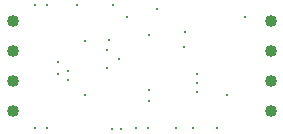
<source format=gbr>
%TF.GenerationSoftware,Altium Limited,Altium Designer,19.1.7 (138)*%
G04 Layer_Color=0*
%FSLAX26Y26*%
%MOIN*%
%TF.FileFunction,Plated,1,4,PTH,Drill*%
%TF.Part,Single*%
G01*
G75*
%TA.AperFunction,ComponentDrill*%
%ADD65C,0.040157*%
%TA.AperFunction,ViaDrill,NotFilled*%
%ADD66C,0.010000*%
D65*
X1070000Y1175000D02*
D03*
X1930000Y1075000D02*
D03*
Y1175000D02*
D03*
Y1275000D02*
D03*
Y1375000D02*
D03*
X1070000Y1075000D02*
D03*
Y1275000D02*
D03*
Y1375000D02*
D03*
D66*
X1391063Y1311063D02*
D03*
X1310000Y1310000D02*
D03*
Y1130000D02*
D03*
X1525250Y1147323D02*
D03*
X1525000Y1110000D02*
D03*
X1845000Y1390000D02*
D03*
X1645000Y1340000D02*
D03*
X1640000Y1290000D02*
D03*
X1550000Y1415000D02*
D03*
X1450000Y1390000D02*
D03*
X1405000Y1430000D02*
D03*
X1185000D02*
D03*
X1145000D02*
D03*
Y1020000D02*
D03*
X1185000D02*
D03*
X1480000D02*
D03*
X1520000D02*
D03*
X1615000D02*
D03*
X1670000D02*
D03*
X1750000D02*
D03*
X1785000Y1130000D02*
D03*
X1685000Y1200000D02*
D03*
Y1170000D02*
D03*
Y1140000D02*
D03*
X1285000Y1430000D02*
D03*
X1255000Y1180000D02*
D03*
Y1210000D02*
D03*
X1430000Y1015000D02*
D03*
X1400000D02*
D03*
X1220000Y1200000D02*
D03*
Y1240000D02*
D03*
X1385000Y1220000D02*
D03*
X1425000Y1250000D02*
D03*
X1385000Y1280000D02*
D03*
X1525000Y1330000D02*
D03*
%TF.MD5,07d55eb62265832a6e673f18ef73ecb3*%
M02*

</source>
